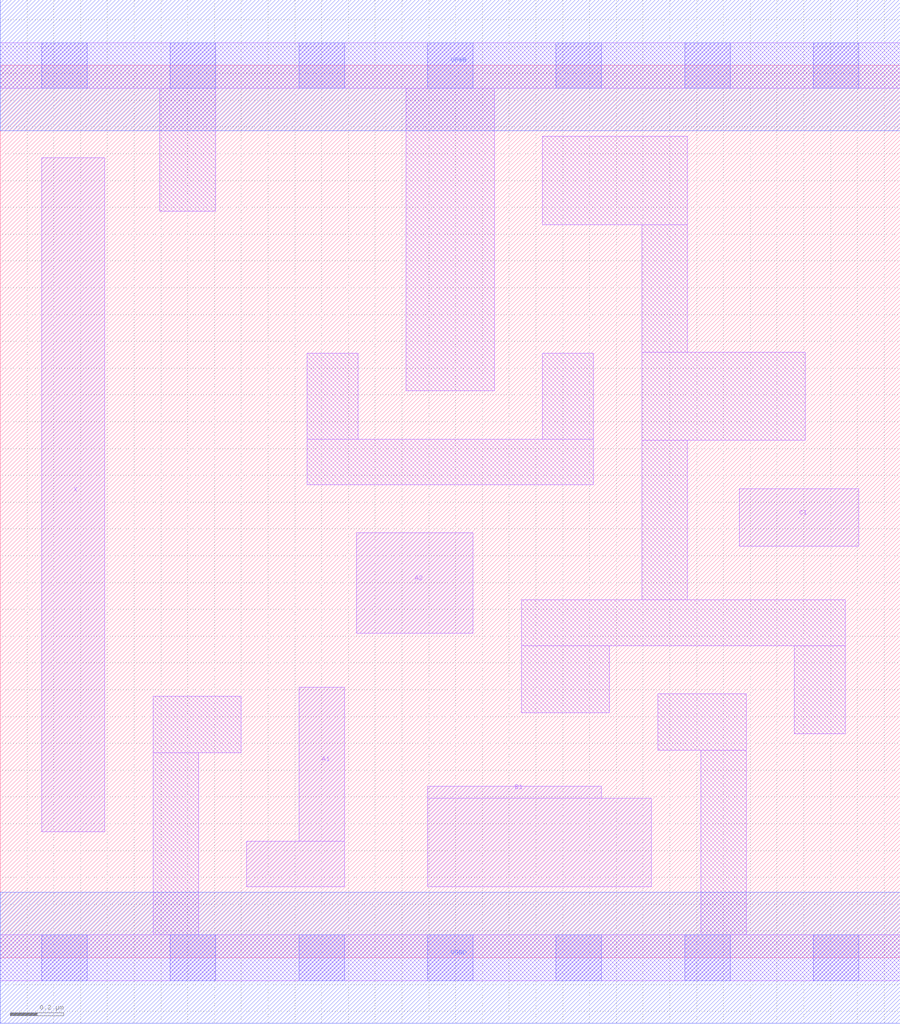
<source format=lef>
# Copyright 2020 The SkyWater PDK Authors
#
# Licensed under the Apache License, Version 2.0 (the "License");
# you may not use this file except in compliance with the License.
# You may obtain a copy of the License at
#
#     https://www.apache.org/licenses/LICENSE-2.0
#
# Unless required by applicable law or agreed to in writing, software
# distributed under the License is distributed on an "AS IS" BASIS,
# WITHOUT WARRANTIES OR CONDITIONS OF ANY KIND, either express or implied.
# See the License for the specific language governing permissions and
# limitations under the License.
#
# SPDX-License-Identifier: Apache-2.0

VERSION 5.7 ;
  NAMESCASESENSITIVE ON ;
  NOWIREEXTENSIONATPIN ON ;
  DIVIDERCHAR "/" ;
  BUSBITCHARS "[]" ;
UNITS
  DATABASE MICRONS 200 ;
END UNITS
MACRO sky130_fd_sc_lp__a211o_m
  CLASS CORE ;
  FOREIGN sky130_fd_sc_lp__a211o_m ;
  ORIGIN  0.000000  0.000000 ;
  SIZE  3.360000 BY  3.330000 ;
  SYMMETRY X Y R90 ;
  SITE unit ;
  PIN A1
    ANTENNAGATEAREA  0.126000 ;
    DIRECTION INPUT ;
    USE SIGNAL ;
    PORT
      LAYER li1 ;
        RECT 0.920000 0.265000 1.285000 0.435000 ;
        RECT 1.115000 0.435000 1.285000 1.010000 ;
    END
  END A1
  PIN A2
    ANTENNAGATEAREA  0.126000 ;
    DIRECTION INPUT ;
    USE SIGNAL ;
    PORT
      LAYER li1 ;
        RECT 1.330000 1.210000 1.765000 1.585000 ;
    END
  END A2
  PIN B1
    ANTENNAGATEAREA  0.126000 ;
    DIRECTION INPUT ;
    USE SIGNAL ;
    PORT
      LAYER li1 ;
        RECT 1.595000 0.265000 2.430000 0.595000 ;
        RECT 1.595000 0.595000 2.245000 0.640000 ;
    END
  END B1
  PIN C1
    ANTENNAGATEAREA  0.126000 ;
    DIRECTION INPUT ;
    USE SIGNAL ;
    PORT
      LAYER li1 ;
        RECT 2.760000 1.535000 3.205000 1.750000 ;
    END
  END C1
  PIN X
    ANTENNADIFFAREA  0.222600 ;
    DIRECTION OUTPUT ;
    USE SIGNAL ;
    PORT
      LAYER li1 ;
        RECT 0.155000 0.470000 0.390000 2.985000 ;
    END
  END X
  PIN VGND
    DIRECTION INOUT ;
    USE GROUND ;
    PORT
      LAYER met1 ;
        RECT 0.000000 -0.245000 3.360000 0.245000 ;
    END
  END VGND
  PIN VPWR
    DIRECTION INOUT ;
    USE POWER ;
    PORT
      LAYER met1 ;
        RECT 0.000000 3.085000 3.360000 3.575000 ;
    END
  END VPWR
  OBS
    LAYER li1 ;
      RECT 0.000000 -0.085000 3.360000 0.085000 ;
      RECT 0.000000  3.245000 3.360000 3.415000 ;
      RECT 0.570000  0.085000 0.740000 0.765000 ;
      RECT 0.570000  0.765000 0.900000 0.975000 ;
      RECT 0.595000  2.785000 0.805000 3.245000 ;
      RECT 1.145000  1.765000 2.215000 1.935000 ;
      RECT 1.145000  1.935000 1.335000 2.255000 ;
      RECT 1.515000  2.115000 1.845000 3.245000 ;
      RECT 1.945000  0.915000 2.275000 1.165000 ;
      RECT 1.945000  1.165000 3.155000 1.335000 ;
      RECT 2.025000  1.935000 2.215000 2.255000 ;
      RECT 2.025000  2.735000 2.565000 3.065000 ;
      RECT 2.395000  1.335000 2.565000 1.930000 ;
      RECT 2.395000  1.930000 3.005000 2.260000 ;
      RECT 2.395000  2.260000 2.565000 2.735000 ;
      RECT 2.455000  0.775000 2.785000 0.985000 ;
      RECT 2.615000  0.085000 2.785000 0.775000 ;
      RECT 2.965000  0.835000 3.155000 1.165000 ;
    LAYER mcon ;
      RECT 0.155000 -0.085000 0.325000 0.085000 ;
      RECT 0.155000  3.245000 0.325000 3.415000 ;
      RECT 0.635000 -0.085000 0.805000 0.085000 ;
      RECT 0.635000  3.245000 0.805000 3.415000 ;
      RECT 1.115000 -0.085000 1.285000 0.085000 ;
      RECT 1.115000  3.245000 1.285000 3.415000 ;
      RECT 1.595000 -0.085000 1.765000 0.085000 ;
      RECT 1.595000  3.245000 1.765000 3.415000 ;
      RECT 2.075000 -0.085000 2.245000 0.085000 ;
      RECT 2.075000  3.245000 2.245000 3.415000 ;
      RECT 2.555000 -0.085000 2.725000 0.085000 ;
      RECT 2.555000  3.245000 2.725000 3.415000 ;
      RECT 3.035000 -0.085000 3.205000 0.085000 ;
      RECT 3.035000  3.245000 3.205000 3.415000 ;
  END
END sky130_fd_sc_lp__a211o_m
END LIBRARY

</source>
